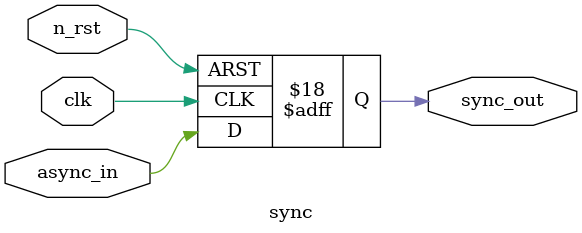
<source format=sv>

module sync
  (
   input clk,
   input n_rst,
   input async_in,
   output reg sync_out
   );

   always_ff @ (posedge clk, negedge n_rst) begin
	if(1'b0 == n_rst)
	  begin
	     sync_out = 0;

	  end
	else if (async_in==1 || async_in==0)
	  begin
	     sync_out = async_in;
	     if (sync_out != 0 && sync_out != 1)
	       begin
		  sync_out = 0;
	       end
	  end
	
	
     end // always_ff @ (posedge clk, negedge n_rst)

   endmodule
</source>
